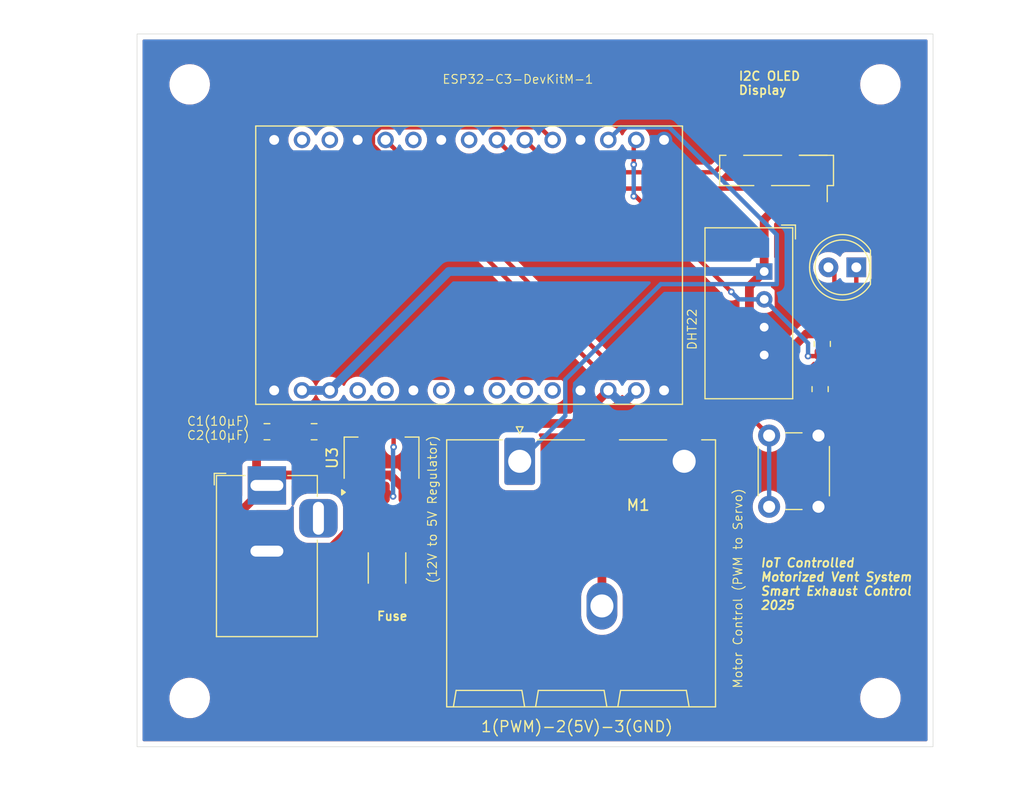
<source format=kicad_pcb>
(kicad_pcb (version 20241229) (generator "pcbnew") (generator_version "9.0")
  (layers (0 "F.Cu" signal) (2 "B.Cu" signal) (13 "F.Paste" user) (15 "B.Paste" user) (5 "F.SilkS" user "F.Silkscreen") (7 "B.SilkS" user "B.Silkscreen") (1 "F.Mask" user) (3 "B.Mask" user) (25 "Edge.Cuts" user))
  (net 0 "")
  (net 1 "+12V")
  (net 2 "/GND")
  (net 3 "/5V")
  (net 4 "/LED")
  (net 5 "Net-(D1-K)")
  (net 6 "/vcc")
  (net 7 "/SCL")
  (net 8 "/SDA")
  (net 9 "/Servo PWM")
  (net 10 "/DHT_DATA")
  (net 11 "/Button")
  (footprint "Connector_BarrelJack:BarrelJack_Horizontal" (layer "F.Cu") (at 85.0425 71.6 90)
    (property "Reference" "J1" (hide yes))
    (property "Value" "Barrel_Jack" (hide yes))
    (fp_line (start 0.05 -4.8) (end 1.1 -4.8) (stroke (width 0.12)) (layer "F.SilkS"))
    (fp_line (start 0.9 -4.6) (end 0.9 -2) (stroke (width 0.12)) (layer "F.SilkS"))
    (fp_line (start -13.8 -4.6) (end 0.9 -4.6) (stroke (width 0.12)) (layer "F.SilkS"))
    (fp_line (start 1.1 -3.75) (end 1.1 -4.8) (stroke (width 0.12)) (layer "F.SilkS"))
    (fp_line (start 0.9 1.9) (end 0.9 4.6) (stroke (width 0.12)) (layer "F.SilkS"))
    (fp_line (start 0.9 4.6) (end -1 4.6) (stroke (width 0.12)) (layer "F.SilkS"))
    (fp_line (start -5 4.6) (end -13.8 4.6) (stroke (width 0.12)) (layer "F.SilkS"))
    (fp_line (start -13.8 4.6) (end -13.8 -4.6) (stroke (width 0.12)) (layer "F.SilkS"))
    (pad "1" thru_hole rect (at 0 0 90) (size 3.5 3.5) (drill oval 1 3) (layers "*.Cu" "*.Mask") (net 1 "+12V"))
    (pad "2" thru_hole roundrect (at -6 0 90) (size 3 3.5) (drill oval 1 3) (layers "*.Cu" "*.Mask") (net 2 "/GND"))
    (pad "3" thru_hole roundrect (at -3 4.7 90) (size 3.5 3.5) (drill oval 3 1) (layers "*.Cu" "*.Mask"))
  )
  (footprint "Resistor_SMD:R_0805_2012Metric" (layer "F.Cu") (at 135.7 58.6875 90)
    (property "Reference" "R2" (hide yes))
    (property "Value" "R" (hide yes))
    (fp_line (start -0.227064 -0.735) (end 0.227064 -0.735) (stroke (width 0.12)) (layer "F.SilkS"))
    (fp_line (start -0.227064 0.735) (end 0.227064 0.735) (stroke (width 0.12)) (layer "F.SilkS"))
    (pad "1" smd roundrect (at -0.9125 0 90) (size 1.025 1.4) (layers "F.Cu" "F.Mask" "F.Paste") (roundrect_rratio 0.243902) (net 10 "/DHT_DATA"))
    (pad "2" smd roundrect (at 0.9125 0 90) (size 1.025 1.4) (layers "F.Cu" "F.Mask" "F.Paste") (roundrect_rratio 0.243902) (net 6 "/vcc"))
  )
  (footprint "Capacitor_SMD:C_0805_2012Metric" (layer "F.Cu") (at 89.35 66.7 180)
    (property "Reference" "C2" (hide yes))
    (property "Value" "10µF" (hide yes))
    (fp_line (start -0.261252 0.735) (end 0.261252 0.735) (stroke (width 0.12)) (layer "F.SilkS"))
    (fp_line (start -0.261252 -0.735) (end 0.261252 -0.735) (stroke (width 0.12)) (layer "F.SilkS"))
    (pad "1" smd roundrect (at -0.95 0 180) (size 1 1.45) (layers "F.Cu" "F.Mask" "F.Paste") (net 3 "/5V"))
    (pad "2" smd roundrect (at 0.95 0 180) (size 1 1.45) (layers "F.Cu" "F.Mask" "F.Paste") (net 2 "/GND"))
  )
  (footprint "Package_TO_SOT_SMD:SOT-223-3_TabPin2" (layer "F.Cu") (at 95.5 69.1 90)
    (property "Reference" "U3" (at 0 -4.5 90) (layer "F.SilkS"))
    (property "Value" "AMS1117-5.0" (hide yes))
    (fp_line (start 1.91 -3.41) (end 1.91 -2.15) (stroke (width 0.12)) (layer "F.SilkS"))
    (fp_line (start -1.85 -3.41) (end 1.91 -3.41) (stroke (width 0.12)) (layer "F.SilkS"))
    (fp_line (start 1.91 3.41) (end 1.91 2.15) (stroke (width 0.12)) (layer "F.SilkS"))
    (fp_line (start -1.85 3.41) (end 1.91 3.41) (stroke (width 0.12)) (layer "F.SilkS"))
    (fp_poly (pts (xy -3.13 -3.31) (xy -3.37 -3.64) (xy -2.89 -3.64) (xy -3.13 -3.31)) (stroke (width 0.12)) (fill yes) (layer "F.SilkS"))
    (pad "1" smd roundrect (at -3.15 -2.3 90) (size 2 1.5) (layers "F.Cu" "F.Mask" "F.Paste") (net 2 "/GND"))
    (pad "2" smd roundrect (at -3.15 0 90) (size 2 1.5) (layers "F.Cu" "F.Mask" "F.Paste") (net 3 "/5V"))
    (pad "2" smd roundrect (at 3.15 0 90) (size 2 3.8) (layers "F.Cu" "F.Mask" "F.Paste") (net 3 "/5V"))
    (pad "3" smd roundrect (at -3.15 2.3 90) (size 2 1.5) (layers "F.Cu" "F.Mask" "F.Paste") (net 1 "+12V"))
  )
  (footprint "Button_Switch_THT:SW_PUSH_6mm" (layer "F.Cu") (at 130.85 73.55 90)
    (property "Reference" "SW1" (hide yes))
    (property "Value" "SW_Push" (hide yes))
    (fp_line (start 5.5 -1) (end 1 -1) (stroke (width 0.12)) (layer "F.SilkS"))
    (fp_line (start -0.25 1.5) (end -0.25 3) (stroke (width 0.12)) (layer "F.SilkS"))
    (fp_line (start 6.75 3) (end 6.75 1.5) (stroke (width 0.12)) (layer "F.SilkS"))
    (fp_line (start 1 5.5) (end 5.5 5.5) (stroke (width 0.12)) (layer "F.SilkS"))
    (pad "1" thru_hole circle (at 0 0 180) (size 2 2) (drill 1.1) (layers "*.Cu" "*.Mask") (net 11 "/Button"))
    (pad "1" thru_hole circle (at 6.5 0 180) (size 2 2) (drill 1.1) (layers "*.Cu" "*.Mask") (net 11 "/Button"))
    (pad "2" thru_hole circle (at 0 4.5 180) (size 2 2) (drill 1.1) (layers "*.Cu" "*.Mask") (net 2 "/GND"))
    (pad "2" thru_hole circle (at 6.5 4.5 180) (size 2 2) (drill 1.1) (layers "*.Cu" "*.Mask") (net 2 "/GND"))
  )
  (footprint "Connector_PinHeader_2.54mm:PinHeader_1x04_P2.54mm_Vertical_SMD_Pin1Right" (layer "F.Cu") (at 131.53 42.855 -90)
    (property "Reference" "J2" (hide yes))
    (property "Value" "Conn_01x04")
    (fp_line (start -1.38 5.19) (end 1.38 5.19) (stroke (width 0.12)) (layer "F.SilkS"))
    (fp_line (start -1.38 4.62) (end -1.38 5.19) (stroke (width 0.12)) (layer "F.SilkS"))
    (fp_line (start 1.38 2.08) (end 1.38 5.19) (stroke (width 0.12)) (layer "F.SilkS"))
    (fp_line (start -1.38 -0.46) (end -1.38 3) (stroke (width 0.12)) (layer "F.SilkS"))
    (fp_line (start 1.38 -3) (end 1.38 0.46) (stroke (width 0.12)) (layer "F.SilkS"))
    (fp_line (start -1.38 -4.62) (end -1.38 -2.08) (stroke (width 0.12)) (layer "F.SilkS"))
    (fp_line (start 1.38 -4.62) (end 2.85 -4.62) (stroke (width 0.12)) (layer "F.SilkS"))
    (fp_line (start -1.38 -5.19) (end -1.38 -2.08) (stroke (width 0.12)) (layer "F.SilkS"))
    (fp_line (start -1.38 -5.19) (end 1.38 -5.19) (stroke (width 0.12)) (layer "F.SilkS"))
    (fp_line (start 1.38 -5.19) (end 1.38 -4.62) (stroke (width 0.12)) (layer "F.SilkS"))
    (pad "1" smd rect (at 1.655 -3.81 270) (size 2.51 1) (layers "F.Cu" "F.Mask" "F.Paste") (net 2 "/GND"))
    (pad "2" smd rect (at -1.655 -1.27 270) (size 2.51 1) (layers "F.Cu" "F.Mask" "F.Paste") (net 6 "/vcc"))
    (pad "3" smd rect (at 1.655 1.27 270) (size 2.51 1) (layers "F.Cu" "F.Mask" "F.Paste") (net 7 "/SCL"))
    (pad "4" smd rect (at -1.655 3.81 270) (size 2.51 1) (layers "F.Cu" "F.Mask" "F.Paste") (net 8 "/SDA"))
  )
  (footprint "Capacitor_SMD:C_0805_2012Metric" (layer "F.Cu") (at 85.05 66.7 180)
    (property "Reference" "C1" (hide yes))
    (property "Value" "10µF" (hide yes))
    (fp_line (start -0.261252 0.735) (end 0.261252 0.735) (stroke (width 0.12)) (layer "F.SilkS"))
    (fp_line (start -0.261252 -0.735) (end 0.261252 -0.735) (stroke (width 0.12)) (layer "F.SilkS"))
    (pad "1" smd roundrect (at -0.95 0 180) (size 1 1.45) (layers "F.Cu" "F.Mask" "F.Paste") (net 2 "/GND"))
    (pad "2" smd roundrect (at 0.95 0 180) (size 1 1.45) (layers "F.Cu" "F.Mask" "F.Paste") (net 1 "+12V"))
  )
  (footprint "MountingHole:MountingHole_3.2mm_M3" (layer "F.Cu") (at 78 35)
    (property "Reference" "H2" (hide yes))
    (property "Value" "MountingHole" (hide yes))
    (pad "" np_thru_hole circle (at 0 0) (size 3.2 3.2) (drill 3.2) (layers "*.Cu" "*.Mask"))
  )
  (footprint "LED_THT:LED_D5.0mm" (layer "F.Cu") (at 138.8 51.7 180)
    (property "Reference" "D1" (hide yes))
    (property "Value" "LED" (hide yes))
    (fp_line (start -1.29 -1.545) (end -1.29 1.545) (stroke (width 0.12)) (layer "F.SilkS"))
    (fp_arc (start 4.26 0) (mid 2.071779 2.880495) (end -1.29 1.54483) (stroke (width 0.12)) (layer "F.SilkS"))
    (fp_arc (start -1.29 -1.54483) (mid 2.071779 -2.880495) (end 4.26 0) (stroke (width 0.12)) (layer "F.SilkS"))
    (fp_circle (center 1.27 0) (end 3.77 0) (stroke (width 0.12)) (fill no) (layer "F.SilkS"))
    (pad "1" thru_hole rect (at 0 0 180) (size 1.8 1.8) (drill 0.9) (layers "*.Cu" "*.Mask") (net 5 "Net-(D1-K)"))
    (pad "2" thru_hole circle (at 2.54 0 180) (size 1.8 1.8) (drill 0.9) (layers "*.Cu" "*.Mask") (net 4 "/LED"))
  )
  (footprint "MountingHole:MountingHole_3.2mm_M3" (layer "F.Cu") (at 78 91)
    (property "Reference" "H4" (hide yes))
    (property "Value" "MountingHole" (hide yes))
    (pad "" np_thru_hole circle (at 0 0) (size 3.2 3.2) (drill 3.2) (layers "*.Cu" "*.Mask"))
  )
  (footprint "RF_Module:ESP32-C3-DevKitM-1" (layer "F.Cu") (at 85.705 62.93 90)
    (property "Reference" "U1" (hide yes))
    (property "Value" "ESP32-C3-DevKitM-1" (hide yes))
    (fp_line (start 24.13 -1.68) (end 24.13 37.24) (stroke (width 0.12)) (layer "F.SilkS"))
    (fp_line (start -1.27 -1.68) (end 24.13 -1.68) (stroke (width 0.12)) (layer "F.SilkS"))
    (fp_line (start 24.13 37.24) (end -1.27 37.24) (stroke (width 0.12)) (layer "F.SilkS"))
    (fp_line (start -1.27 37.24) (end -1.27 -1.68) (stroke (width 0.12)) (layer "F.SilkS"))
    (pad "1" thru_hole rect (at 0 0 90) (size 1.5 1.5) (drill 0.9) (layers "*.Cu" "*.Mask") (net 2 "/GND"))
    (pad "2" thru_hole circle (at 0 2.54 90) (size 1.5 1.5) (drill 0.9) (layers "*.Cu" "*.Mask") (net 6 "/vcc"))
    (pad "3" thru_hole circle (at 0 5.08 90) (size 1.5 1.5) (drill 0.9) (layers "*.Cu" "*.Mask") (net 6 "/vcc"))
    (pad "4" thru_hole circle (at 0 7.62 90) (size 1.5 1.5) (drill 0.9) (layers "*.Cu" "*.Mask"))
    (pad "5" thru_hole circle (at 0 10.16 90) (size 1.5 1.5) (drill 0.9) (layers "*.Cu" "*.Mask"))
    (pad "6" thru_hole circle (at 0 12.7 90) (size 1.5 1.5) (drill 0.9) (layers "*.Cu" "*.Mask") (net 2 "/GND"))
    (pad "7" thru_hole circle (at 0 15.24 90) (size 1.5 1.5) (drill 0.9) (layers "*.Cu" "*.Mask"))
    (pad "8" thru_hole circle (at 0 17.78 90) (size 1.5 1.5) (drill 0.9) (layers "*.Cu" "*.Mask") (net 2 "/GND"))
    (pad "9" thru_hole circle (at 0 20.32 90) (size 1.5 1.5) (drill 0.9) (layers "*.Cu" "*.Mask"))
    (pad "10" thru_hole circle (at 0 22.86 90) (size 1.5 1.5) (drill 0.9) (layers "*.Cu" "*.Mask"))
    (pad "11" thru_hole circle (at 0 25.4 90) (size 1.5 1.5) (drill 0.9) (layers "*.Cu" "*.Mask"))
    (pad "12" thru_hole circle (at 0 27.94 90) (size 1.5 1.5) (drill 0.9) (layers "*.Cu" "*.Mask") (net 2 "/GND"))
    (pad "13" thru_hole circle (at 0 30.48 90) (size 1.5 1.5) (drill 0.9) (layers "*.Cu" "*.Mask") (net 3 "/5V"))
    (pad "14" thru_hole circle (at 0 33.02 90) (size 1.5 1.5) (drill 0.9) (layers "*.Cu" "*.Mask") (net 3 "/5V"))
    (pad "15" thru_hole circle (at 0 35.56 90) (size 1.5 1.5) (drill 0.9) (layers "*.Cu" "*.Mask") (net 2 "/GND"))
    (pad "16" thru_hole circle (at 22.86 35.56 90) (size 1.5 1.5) (drill 0.9) (layers "*.Cu" "*.Mask") (net 2 "/GND"))
    (pad "17" thru_hole circle (at 22.86 33.02 90) (size 1.5 1.5) (drill 0.9) (layers "*.Cu" "*.Mask") (net 10 "/DHT_DATA"))
    (pad "18" thru_hole circle (at 22.86 30.48 90) (size 1.5 1.5) (drill 0.9) (layers "*.Cu" "*.Mask") (net 9 "/Servo PWM"))
    (pad "19" thru_hole circle (at 22.86 27.94 90) (size 1.5 1.5) (drill 0.9) (layers "*.Cu" "*.Mask") (net 2 "/GND"))
    (pad "20" thru_hole circle (at 22.86 25.4 90) (size 1.5 1.5) (drill 0.9) (layers "*.Cu" "*.Mask") (net 11 "/Button"))
    (pad "21" thru_hole circle (at 22.86 22.86 90) (size 1.5 1.5) (drill 0.9) (layers "*.Cu" "*.Mask") (net 8 "/SDA"))
    (pad "22" thru_hole circle (at 22.86 20.32 90) (size 1.5 1.5) (drill 0.9) (layers "*.Cu" "*.Mask") (net 7 "/SCL"))
    (pad "23" thru_hole circle (at 22.86 17.78 90) (size 1.5 1.5) (drill 0.9) (layers "*.Cu" "*.Mask"))
    (pad "24" thru_hole circle (at 22.86 15.24 90) (size 1.5 1.5) (drill 0.9) (layers "*.Cu" "*.Mask") (net 2 "/GND"))
    (pad "25" thru_hole circle (at 22.86 12.7 90) (size 1.5 1.5) (drill 0.9) (layers "*.Cu" "*.Mask"))
    (pad "26" thru_hole circle (at 22.86 10.16 90) (size 1.5 1.5) (drill 0.9) (layers "*.Cu" "*.Mask") (net 4 "/LED"))
    (pad "27" thru_hole circle (at 22.86 7.62 90) (size 1.5 1.5) (drill 0.9) (layers "*.Cu" "*.Mask") (net 2 "/GND"))
    (pad "28" thru_hole circle (at 22.86 5.08 90) (size 1.5 1.5) (drill 0.9) (layers "*.Cu" "*.Mask"))
    (pad "29" thru_hole circle (at 22.86 2.54 90) (size 1.5 1.5) (drill 0.9) (layers "*.Cu" "*.Mask"))
    (pad "30" thru_hole circle (at 22.86 0 90) (size 1.5 1.5) (drill 0.9) (layers "*.Cu" "*.Mask") (net 2 "/GND"))
  )
  (footprint "Sensor:ASAIR_AM2302_P2.54mm_Vertical" (layer "F.Cu") (at 130.4 52.08 -90)
    (property "Reference" "U2" (hide yes))
    (property "Value" "AM2302" (hide yes))
    (fp_line (start -3.99 5.4) (end -3.99 -2.6) (stroke (width 0.12)) (layer "F.SilkS"))
    (fp_line (start 11.61 5.4) (end -3.99 5.4) (stroke (width 0.12)) (layer "F.SilkS"))
    (fp_line (start -4.24 -1.58) (end -4.24 -2.85) (stroke (width 0.12)) (layer "F.SilkS"))
    (fp_line (start -3.99 -2.6) (end 11.61 -2.6) (stroke (width 0.12)) (layer "F.SilkS"))
    (fp_line (start 11.61 -2.6) (end 11.61 5.4) (stroke (width 0.12)) (layer "F.SilkS"))
    (fp_line (start -4.24 -2.85) (end -2.97 -2.85) (stroke (width 0.12)) (layer "F.SilkS"))
    (pad "1" thru_hole rect (at 0 0) (size 1.5 1.5) (drill 0.8) (layers "*.Cu" "*.Mask") (net 6 "/vcc"))
    (pad "2" thru_hole circle (at 2.54 0) (size 1.5 1.5) (drill 0.8) (layers "*.Cu" "*.Mask") (net 10 "/DHT_DATA"))
    (pad "3" thru_hole circle (at 5.08 0) (size 1.5 1.5) (drill 0.8) (layers "*.Cu" "*.Mask") (net 2 "/GND"))
    (pad "4" thru_hole circle (at 7.62 0) (size 1.5 1.5) (drill 0.8) (layers "*.Cu" "*.Mask") (net 2 "/GND"))
  )
  (footprint "Resistor_SMD:R_0805_2012Metric" (layer "F.Cu") (at 135.5 62.8125 90)
    (property "Reference" "R1" (hide yes))
    (property "Value" "R")
    (fp_line (start -0.227064 -0.735) (end 0.227064 -0.735) (stroke (width 0.12)) (layer "F.SilkS"))
    (fp_line (start -0.227064 0.735) (end 0.227064 0.735) (stroke (width 0.12)) (layer "F.SilkS"))
    (pad "1" smd roundrect (at -0.9125 0 90) (size 1.025 1.4) (layers "F.Cu" "F.Mask" "F.Paste") (roundrect_rratio 0.243902) (net 2 "/GND"))
    (pad "2" smd roundrect (at 0.9125 0 90) (size 1.025 1.4) (layers "F.Cu" "F.Mask" "F.Paste") (roundrect_rratio 0.243902) (net 5 "Net-(D1-K)"))
  )
  (footprint "Fuse:Fuse_1812_4532Metric" (layer "F.Cu") (at 96 79.1375 90)
    (property "Reference" "F1" (hide yes))
    (property "Value" "Fuse" (hide yes))
    (fp_line (start -1.386252 -1.71) (end 1.386252 -1.71) (stroke (width 0.12)) (layer "F.SilkS"))
    (fp_line (start -1.386252 1.71) (end 1.386252 1.71) (stroke (width 0.12)) (layer "F.SilkS"))
    (pad "1" smd roundrect (at -2.1375 0 90) (size 1.125 3.4) (layers "F.Cu" "F.Mask" "F.Paste") (roundrect_rratio 0.222222) (net 1 "+12V"))
    (pad "2" smd roundrect (at 2.1375 0 90) (size 1.125 3.4) (layers "F.Cu" "F.Mask" "F.Paste") (roundrect_rratio 0.222222) (net 1 "+12V"))
  )
  (footprint "MountingHole:MountingHole_3.2mm_M3" (layer "F.Cu") (at 141 91)
    (property "Reference" "H3" (hide yes))
    (property "Value" "MountingHole" (hide yes))
    (pad "" np_thru_hole circle (at 0 0) (size 3.2 3.2) (drill 3.2) (layers "*.Cu" "*.Mask"))
  )
  (footprint "Connector_Phoenix_SPT:PhoenixContact_SPT_5_3-H-7.5-ZB_1x03_P7.5mm_Horizontal" (layer "F.Cu") (at 108.1 69.4)
    (property "Reference" "M1" (at 10.8 4 0) (layer "F.SilkS"))
    (property "Value" "Motor_Servo" (hide yes))
    (fp_line (start -6.66 -1.96) (end -1.6 -1.96) (stroke (width 0.12)) (layer "F.SilkS"))
    (fp_line (start -6.66 22.41) (end -6.66 -1.96) (stroke (width 0.12)) (layer "F.SilkS"))
    (fp_line (start -6.05 22.41) (end -5.8 20.91) (stroke (width 0.12)) (layer "F.SilkS"))
    (fp_line (start -5.8 20.91) (end 0.2 20.91) (stroke (width 0.12)) (layer "F.SilkS"))
    (fp_line (start -0.3 -3.15) (end 0 -2.55) (stroke (width 0.12)) (layer "F.SilkS"))
    (fp_line (start -0.3 -3.15) (end 0.3 -3.15) (stroke (width 0.12)) (layer "F.SilkS"))
    (fp_line (start 0.3 -3.15) (end 0 -2.55) (stroke (width 0.12)) (layer "F.SilkS"))
    (fp_line (start 0.45 22.41) (end 0.2 20.91) (stroke (width 0.12)) (layer "F.SilkS"))
    (fp_line (start 1.45 22.41) (end 1.7 20.91) (stroke (width 0.12)) (layer "F.SilkS"))
    (fp_line (start 1.6 -1.96) (end 5.9 -1.96) (stroke (width 0.12)) (layer "F.SilkS"))
    (fp_line (start 1.7 20.91) (end 7.7 20.91) (stroke (width 0.12)) (layer "F.SilkS"))
    (fp_line (start 7.95 22.41) (end 7.7 20.91) (stroke (width 0.12)) (layer "F.SilkS"))
    (fp_line (start 8.95 22.41) (end 9.2 20.91) (stroke (width 0.12)) (layer "F.SilkS"))
    (fp_line (start 9.1 -1.96) (end 13.4 -1.96) (stroke (width 0.12)) (layer "F.SilkS"))
    (fp_line (start 9.2 20.91) (end 15.2 20.91) (stroke (width 0.12)) (layer "F.SilkS"))
    (fp_line (start 15.45 22.41) (end 15.2 20.91) (stroke (width 0.12)) (layer "F.SilkS"))
    (fp_line (start 16.6 -1.96) (end 17.86 -1.96) (stroke (width 0.12)) (layer "F.SilkS"))
    (fp_line (start 17.86 -1.96) (end 17.86 22.41) (stroke (width 0.12)) (layer "F.SilkS"))
    (fp_line (start 17.86 22.41) (end -6.66 22.41) (stroke (width 0.12)) (layer "F.SilkS"))
    (pad "1" thru_hole roundrect (at 0 0) (size 2.8 4.3) (drill 2.1) (layers "*.Cu" "*.Mask") (roundrect_rratio 0.089286) (net 9 "/Servo PWM"))
    (pad "2" thru_hole oval (at 7.5 13.2) (size 2.8 4.3) (drill 2.1) (layers "*.Cu" "*.Mask") (net 3 "/5V"))
    (pad "3" thru_hole oval (at 15 0) (size 2.8 4.3) (drill 2.1) (layers "*.Cu" "*.Mask") (net 2 "/GND"))
  )
  (footprint "MountingHole:MountingHole_3.2mm_M3" (layer "F.Cu") (at 141 35)
    (property "Reference" "H1" (hide yes))
    (property "Value" "MountingHole" (hide yes))
    (pad "" np_thru_hole circle (at 0 0) (size 3.2 3.2) (drill 3.2) (layers "*.Cu" "*.Mask"))
  )
  (gr_rect (start 73.2 30.4) (end 145.8 95.45) (stroke (width 0.05)) (fill no) (layer "Edge.Cuts"))
  (gr_text "(12V to 5V Regulator)" (at 100.6 80.6 90) (layer "F.SilkS") (effects (font (size 0.8 0.8) (thickness 0.1)) (justify left bottom)))
  (gr_text "DHT22" (at 124.3 59.3 90) (layer "F.SilkS") (effects (font (size 0.8 0.8) (thickness 0.1)) (justify left bottom)))
  (gr_text "ESP32-C3-DevKitM-1" (at 101 35 0) (layer "F.SilkS") (effects (font (size 0.8 0.8) (thickness 0.09375)) (justify left bottom)))
  (gr_text "I2C OLED \nDisplay" (at 128 36 0) (layer "F.SilkS") (effects (font (size 0.8 0.8) (thickness 0.15) (bold yes)) (justify left bottom)))
  (gr_text "IoT Controlled \nMotorized Vent System\nSmart Exhaust Control\n2025" (at 130 83 0) (layer "F.SilkS") (effects (font (size 0.8 0.8) (thickness 0.16) (bold yes) (italic yes)) (justify left bottom)))
  (gr_text "1(PWM)-2(5V)-3(GND)" (at 104.5 94.2 0) (layer "F.SilkS") (effects (font (size 1 1) (thickness 0.125)) (justify left bottom)))
  (gr_text "Fuse\n" (at 95 84 0) (layer "F.SilkS") (effects (font (size 0.8 0.8) (thickness 0.16) (bold yes)) (justify left bottom)))
  (gr_text "Motor Control (PWM to Servo)" (at 128 81 90) (layer "F.SilkS") (effects (font (size 0.8 0.8) (thickness 0.09375))))
  (gr_text "C1(10µF)\nC2(10µF)" (at 77.7 67.5 0) (layer "F.SilkS") (effects (font (size 0.8 0.8) (thickness 0.1)) (justify left bottom)))
  (segment (start 83.482896 79.701) (end 82.6915 78.909604) (width 0.8) (layer "F.Cu") (net 1))
  (segment (start 97.8 72.169726) (end 97.8 72.25) (width 0.8) (layer "F.Cu") (net 1))
  (segment (start 82.6915 78.909604) (end 82.6915 73.951) (width 0.8) (layer "F.Cu") (net 1))
  (segment (start 85.9935 70.649) (end 96.279274 70.649) (width 0.8) (layer "F.Cu") (net 1))
  (segment (start 85.0425 71.6) (end 85.9935 70.649) (width 0.8) (layer "F.Cu") (net 1))
  (segment (start 85.0425 71.6) (end 84.1 70.6575) (width 0.8) (layer "F.Cu") (net 1))
  (segment (start 96 81.275) (end 96 77) (width 0.8) (layer "F.Cu") (net 1))
  (segment (start 84.1 70.6575) (end 84.1 66.7) (width 0.8) (layer "F.Cu") (net 1))
  (segment (start 96.279274 70.649) (end 97.8 72.169726) (width 0.8) (layer "F.Cu") (net 1))
  (segment (start 93.299 79.701) (end 83.482896 79.701) (width 0.8) (layer "F.Cu") (net 1))
  (segment (start 82.6915 73.951) (end 85.0425 71.6) (width 0.8) (layer "F.Cu") (net 1))
  (segment (start 96 77) (end 93.299 79.701) (width 0.8) (layer "F.Cu") (net 1))
  (segment (start 121.265 62.93) (end 123.1 64.765) (width 0.8) (layer "F.Cu") (net 2))
  (segment (start 93.801 73.851) (end 93.2 73.25) (width 0.8) (layer "F.Cu") (net 2))
  (segment (start 135.35 67.05) (end 135.35 63.875) (width 0.8) (layer "F.Cu") (net 2))
  (segment (start 97.578274 69.648) (end 99.151 71.220726) (width 0.8) (layer "F.Cu") (net 2))
  (segment (start 99.151 73.279274) (end 98.579274 73.851) (width 0.8) (layer "F.Cu") (net 2))
  (segment (start 131.751 48.099) (end 135.34 44.51) (width 0.8) (layer "F.Cu") (net 2))
  (segment (start 88.4 66.7) (end 88.4 66.735424) (width 0.8) (layer "F.Cu") (net 2))
  (segment (start 135.34 40.783) (end 135.34 44.51) (width 0.8) (layer "F.Cu") (net 2))
  (segment (start 130.4 57.16) (end 131.751 55.809) (width 0.8) (layer "F.Cu") (net 2))
  (segment (start 88.4 66.735424) (end 91.312576 69.648) (width 0.8) (layer "F.Cu") (net 2))
  (segment (start 90.587176 77.6) (end 93.2 74.987176) (width 0.8) (layer "F.Cu") (net 2))
  (segment (start 112.294 61.579) (end 113.645 62.93) (width 0.8) (layer "F.Cu") (net 2))
  (segment (start 104.836 61.579) (end 112.294 61.579) (width 0.8) (layer "F.Cu") (net 2))
  (segment (start 88.4 66.7) (end 86 66.7) (width 0.8) (layer "F.Cu") (net 2))
  (segment (start 102.134 61.579) (end 103.485 62.93) (width 0.8) (layer "F.Cu") (net 2))
  (segment (start 98.405 62.93) (end 99.756 61.579) (width 0.8) (layer "F.Cu") (net 2))
  (segment (start 123.1 64.765) (end 123.1 69.4) (width 0.8) (layer "F.Cu") (net 2))
  (segment (start 131.751 55.809) (end 131.751 48.099) (width 0.8) (layer "F.Cu") (net 2))
  (segment (start 86 66.7) (end 86 63.225) (width 0.8) (layer "F.Cu") (net 2))
  (segment (start 93.2 74.987176) (end 93.2 72.25) (width 0.8) (layer "F.Cu") (net 2))
  (segment (start 133.901 39.344) (end 135.34 40.783) (width 0.8) (layer "F.Cu") (net 2))
  (segment (start 99.151 71.220726) (end 99.151 73.279274) (width 0.8) (layer "F.Cu") (net 2))
  (segment (start 121.265 40.07) (end 121.991 39.344) (width 0.8) (layer "F.Cu") (net 2))
  (segment (start 98.579274 73.851) (end 93.801 73.851) (width 0.8) (layer "F.Cu") (net 2))
  (segment (start 99.756 61.579) (end 102.134 61.579) (width 0.8) (layer "F.Cu") (net 2))
  (segment (start 103.485 62.93) (end 104.836 61.579) (width 0.8) (layer "F.Cu") (net 2))
  (segment (start 85.0425 77.6) (end 90.587176 77.6) (width 0.8) (layer "F.Cu") (net 2))
  (segment (start 91.312576 69.648) (end 97.578274 69.648) (width 0.8) (layer "F.Cu") (net 2))
  (segment (start 121.991 39.344) (end 133.901 39.344) (width 0.8) (layer "F.Cu") (net 2))
  (segment (start 86 63.225) (end 85.705 62.93) (width 0.8) (layer "F.Cu") (net 2))
  (segment (start 93.2 73.25) (end 93.2 72.25) (width 0.8) (layer "F.Cu") (net 2))
  (segment (start 135.35 63.875) (end 135.5 63.725) (width 0.8) (layer "F.Cu") (net 2))
  (segment (start 87.056 64.281) (end 85.705 62.93) (width 0.8) (layer "B.Cu") (net 2))
  (segment (start 114.996 61.579) (end 113.645 62.93) (width 0.8) (layer "B.Cu") (net 2))
  (segment (start 94.676 41.421) (end 99.594 41.421) (width 0.8) (layer "B.Cu") (net 2))
  (segment (start 130.4 62.1) (end 135.35 67.05) (width 0.8) (layer "B.Cu") (net 2))
  (segment (start 108.815 44.9) (end 113.645 40.07) (width 0.8) (layer "B.Cu") (net 2))
  (segment (start 93.325 40.07) (end 94.676 41.421) (width 0.8) (layer "B.Cu") (net 2))
  (segment (start 130.4 59.7) (end 130.4 62.1) (width 0.8) (layer "B.Cu") (net 2))
  (segment (start 135.35 73.55) (end 135.35 67.05) (width 0.8) (layer "B.Cu") (net 2))
  (segment (start 97.054 64.281) (end 87.056 64.281) (width 0.8) (layer "B.Cu") (net 2))
  (segment (start 85.705 40.07) (end 87.056 41.421) (width 0.8) (layer "B.Cu") (net 2))
  (segment (start 130.4 57.16) (end 130.4 59.7) (width 0.8) (layer "B.Cu") (net 2))
  (segment (start 119.914 61.579) (end 114.996 61.579) (width 0.8) (layer "B.Cu") (net 2))
  (segment (start 121.265 62.93) (end 119.914 61.579) (width 0.8) (layer "B.Cu") (net 2))
  (segment (start 121.265 62.93) (end 129.57 62.93) (width 0.8) (layer "B.Cu") (net 2))
  (segment (start 98.405 62.93) (end 97.054 64.281) (width 0.8) (layer "B.Cu") (net 2))
  (segment (start 99.594 41.421) (end 100.945 40.07) (width 0.8) (layer "B.Cu") (net 2))
  (segment (start 114.996 41.421) (end 119.914 41.421) (width 0.8) (layer "B.Cu") (net 2))
  (segment (start 105.775 44.9) (end 108.815 44.9) (width 0.8) (layer "B.Cu") (net 2))
  (segment (start 100.945 40.07) (end 105.775 44.9) (width 0.8) (layer "B.Cu") (net 2))
  (segment (start 91.974 41.421) (end 93.325 40.07) (width 0.8) (layer "B.Cu") (net 2))
  (segment (start 113.645 40.07) (end 114.996 41.421) (width 0.8) (layer "B.Cu") (net 2))
  (segment (start 129.57 62.93) (end 130.4 62.1) (width 0.8) (layer "B.Cu") (net 2))
  (segment (start 87.056 41.421) (end 91.974 41.421) (width 0.8) (layer "B.Cu") (net 2))
  (segment (start 119.914 41.421) (end 121.265 40.07) (width 0.8) (layer "B.Cu") (net 2))
  (segment (start 96.2 72.25) (end 96.55 72.6) (width 0.4) (layer "F.Cu") (net 3))
  (segment (start 94.75 66.7) (end 95.5 65.95) (width 0.8) (layer "F.Cu") (net 3))
  (segment (start 116.185 62.93) (end 113.165 65.95) (width 0.8) (layer "F.Cu") (net 3))
  (segment (start 115.6 68.385) (end 115.6 81.1) (width 0.8) (layer "F.Cu") (net 3))
  (segment (start 96.6 67.05) (end 95.5 65.95) (width 0.4) (layer "F.Cu") (net 3))
  (segment (start 113.165 65.95) (end 95.5 65.95) (width 0.8) (layer "F.Cu") (net 3))
  (segment (start 113.165 65.95) (end 115.6 68.385) (width 0.8) (layer "F.Cu") (net 3))
  (segment (start 95.5 72.25) (end 96.2 72.25) (width 0.4) (layer "F.Cu") (net 3))
  (segment (start 90.3 66.7) (end 94.75 66.7) (width 0.8) (layer "F.Cu") (net 3))
  (segment (start 96.6 68.1) (end 96.6 67.05) (width 0.4) (layer "F.Cu") (net 3))
  (via (at 96.6 68.1) (size 0.6) (drill 0.3) (layers "F.Cu" "B.Cu") (net 3))
  (via (at 96.55 72.6) (size 0.6) (drill 0.3) (layers "F.Cu" "B.Cu") (net 3))
  (segment (start 96.55 72.6) (end 96.55 68.15) (width 0.4) (layer "B.Cu") (net 3))
  (segment (start 117.1 63.845) (end 116.185 62.93) (width 0.8) (layer "B.Cu") (net 3))
  (segment (start 117.81 63.845) (end 117.1 63.845) (width 0.8) (layer "B.Cu") (net 3))
  (segment (start 118.725 62.93) (end 117.81 63.845) (width 0.8) (layer "B.Cu") (net 3))
  (segment (start 96.55 68.15) (end 96.6 68.1) (width 0.4) (layer "B.Cu") (net 3))
  (segment (start 128.248 60.591389) (end 129.508611 61.852) (width 0.4) (layer "F.Cu") (net 4))
  (segment (start 136.801 52.241) (end 136.26 51.7) (width 0.4) (layer "F.Cu") (net 4))
  (segment (start 95.865 40.07) (end 116.386389 60.591389) (width 0.4) (layer "F.Cu") (net 4))
  (segment (start 133.63492 61.852) (end 134.97342 60.5135) (width 0.4) (layer "F.Cu") (net 4))
  (segment (start 134.97342 60.5135) (end 136.42658 60.5135) (width 0.4) (layer "F.Cu") (net 4))
  (segment (start 136.42658 60.5135) (end 136.801 60.13908) (width 0.4) (layer "F.Cu") (net 4))
  (segment (start 116.386389 60.591389) (end 128.248 60.591389) (width 0.4) (layer "F.Cu") (net 4))
  (segment (start 136.801 60.13908) (end 136.801 52.241) (width 0.4) (layer "F.Cu") (net 4))
  (segment (start 129.508611 61.852) (end 133.63492 61.852) (width 0.4) (layer "F.Cu") (net 4))
  (segment (start 135.5 61.9) (end 136.2 61.9) (width 0.4) (layer "F.Cu") (net 5))
  (segment (start 138.8 59.3) (end 138.8 51.7) (width 0.4) (layer "F.Cu") (net 5))
  (segment (start 136.2 61.9) (end 138.8 59.3) (width 0.4) (layer "F.Cu") (net 5))
  (segment (start 129.049 53.431) (end 130.4 52.08) (width 0.8) (layer "F.Cu") (net 6))
  (segment (start 135.7 57.775) (end 134.235603 57.775) (width 0.8) (layer "F.Cu") (net 6))
  (segment (start 129.049 60.259603) (end 129.049 53.431) (width 0.8) (layer "F.Cu") (net 6))
  (segment (start 130.959603 61.051) (end 129.840397 61.051) (width 0.8) (layer "F.Cu") (net 6))
  (segment (start 130.4 47.327) (end 132.8 44.927) (width 0.8) (layer "F.Cu") (net 6))
  (segment (start 132.8 44.927) (end 132.8 41.2) (width 0.8) (layer "F.Cu") (net 6))
  (segment (start 130.4 52.08) (end 130.4 47.327) (width 0.8) (layer "F.Cu") (net 6))
  (segment (start 129.840397 61.051) (end 129.049 60.259603) (width 0.8) (layer "F.Cu") (net 6))
  (segment (start 134.235603 57.775) (end 130.959603 61.051) (width 0.8) (layer "F.Cu") (net 6))
  (segment (start 130.4 52.08) (end 101.635 52.08) (width 0.8) (layer "B.Cu") (net 6))
  (segment (start 88.245 62.93) (end 90.785 62.93) (width 0.8) (layer "B.Cu") (net 6))
  (segment (start 101.635 52.08) (end 90.785 62.93) (width 0.8) (layer "B.Cu") (net 6))
  (segment (start 106.025 40.07) (end 110.465 44.51) (width 0.4) (layer "F.Cu") (net 7))
  (segment (start 110.465 44.51) (end 130.26 44.51) (width 0.4) (layer "F.Cu") (net 7))
  (segment (start 108.565 40.07) (end 111.517 43.022) (width 0.4) (layer "F.Cu") (net 8))
  (segment (start 125.898 43.022) (end 127.72 41.2) (width 0.4) (layer "F.Cu") (net 8))
  (segment (start 111.517 43.022) (end 125.898 43.022) (width 0.4) (layer "F.Cu") (net 8))
  (segment (start 131.551 48.72824) (end 131.551 53.231) (width 0.4) (layer "B.Cu") (net 9))
  (segment (start 112.256 61.944) (end 112.256 65.244) (width 0.4) (layer "B.Cu") (net 9))
  (segment (start 117.336 38.919) (end 121.74176 38.919) (width 0.4) (layer "B.Cu") (net 9))
  (segment (start 112.256 65.244) (end 108.1 69.4) (width 0.4) (layer "B.Cu") (net 9))
  (segment (start 116.185 40.07) (end 117.336 38.919) (width 0.4) (layer "B.Cu") (net 9))
  (segment (start 131.551 53.231) (end 120.969 53.231) (width 0.4) (layer "B.Cu") (net 9))
  (segment (start 121.74176 38.919) (end 131.551 48.72824) (width 0.4) (layer "B.Cu") (net 9))
  (segment (start 120.969 53.231) (end 112.256 61.944) (width 0.4) (layer "B.Cu") (net 9))
  (segment (start 118.5 40.295) (end 118.725 40.07) (width 0.4) (layer "F.Cu") (net 10))
  (segment (start 118.5 42.321) (end 118.5 40.295) (width 0.4) (layer "F.Cu") (net 10))
  (segment (start 134.4 59.8) (end 135.5 59.8) (width 0.4) (layer "F.Cu") (net 10))
  (segment (start 118.5 45.111) (end 118.5 45.21) (width 0.4) (layer "F.Cu") (net 10))
  (segment (start 135.5 59.8) (end 135.7 59.6) (width 0.4) (layer "F.Cu") (net 10))
  (segment (start 118.58 45.111) (end 118.5 45.111) (width 0.4) (layer "F.Cu") (net 10))
  (segment (start 127.4 53.931) (end 118.58 45.111) (width 0.4) (layer "F.Cu") (net 10))
  (via (at 118.5 45.21) (size 0.6) (drill 0.3) (layers "F.Cu" "B.Cu") (net 10))
  (via (at 127.4 53.931) (size 0.6) (drill 0.3) (layers "F.Cu" "B.Cu") (net 10))
  (via (at 118.5 42.321) (size 0.6) (drill 0.3) (layers "F.Cu" "B.Cu") (net 10))
  (via (at 134.4 59.8) (size 0.6) (drill 0.3) (layers "F.Cu" "B.Cu") (net 10))
  (segment (start 128.089 54.62) (end 127.4 53.931) (width 0.4) (layer "B.Cu") (net 10))
  (segment (start 118.5 45.21) (end 118.5 42.321) (width 0.4) (layer "B.Cu") (net 10))
  (segment (start 134.4 58.62) (end 134.4 59.8) (width 0.4) (layer "B.Cu") (net 10))
  (segment (start 130.4 54.62) (end 134.4 58.62) (width 0.4) (layer "B.Cu") (net 10))
  (segment (start 130.4 54.62) (end 128.089 54.62) (width 0.4) (layer "B.Cu") (net 10))
  (segment (start 95.38824 38.919) (end 94.714 39.59324) (width 0.4) (layer "F.Cu") (net 11))
  (segment (start 94.714 40.54676) (end 115.94624 61.779) (width 0.4) (layer "F.Cu") (net 11))
  (segment (start 111.105 40.07) (end 109.954 38.919) (width 0.4) (layer "F.Cu") (net 11))
  (segment (start 94.714 39.59324) (end 94.714 40.54676) (width 0.4) (layer "F.Cu") (net 11))
  (segment (start 125.579 61.779) (end 130.85 67.05) (width 0.4) (layer "F.Cu") (net 11))
  (segment (start 109.954 38.919) (end 95.38824 38.919) (width 0.4) (layer "F.Cu") (net 11))
  (segment (start 115.94624 61.779) (end 125.579 61.779) (width 0.4) (layer "F.Cu") (net 11))
  (segment (start 130.85 67.05) (end 130.85 73.55) (width 0.4) (layer "B.Cu") (net 11))
  (zone (net 2) (net_name "/GND") (layers "F.Cu" "B.Cu") (connect_pads yes (clearance 0.5)) (min_thickness 0.25) (fill yes (thermal_gap 0.5) (thermal_bridge_width 0.5))
    (polygon (pts (xy 64.4 28.7) (xy 153.1 27.3) (xy 154.1 100.7) (xy 60.7 99.2)))
  )
)
</source>
